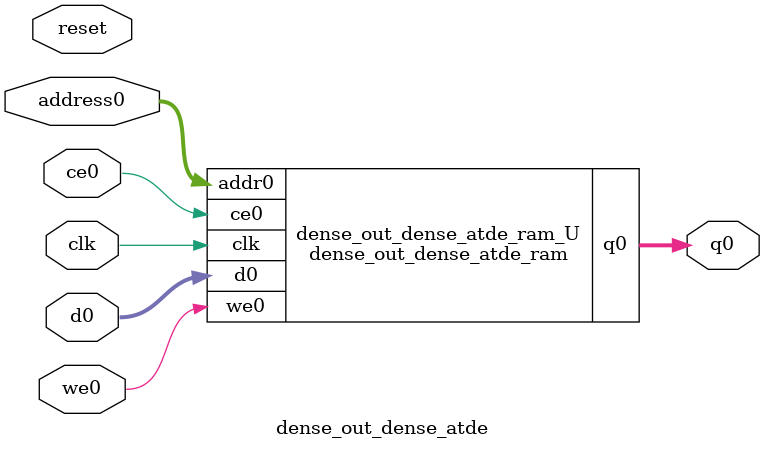
<source format=v>
`timescale 1 ns / 1 ps
module dense_out_dense_atde_ram (addr0, ce0, d0, we0, q0,  clk);

parameter DWIDTH = 32;
parameter AWIDTH = 4;
parameter MEM_SIZE = 10;

input[AWIDTH-1:0] addr0;
input ce0;
input[DWIDTH-1:0] d0;
input we0;
output reg[DWIDTH-1:0] q0;
input clk;

(* ram_style = "distributed" *)reg [DWIDTH-1:0] ram[0:MEM_SIZE-1];




always @(posedge clk)  
begin 
    if (ce0) 
    begin
        if (we0) 
        begin 
            ram[addr0] <= d0; 
        end 
        q0 <= ram[addr0];
    end
end


endmodule

`timescale 1 ns / 1 ps
module dense_out_dense_atde(
    reset,
    clk,
    address0,
    ce0,
    we0,
    d0,
    q0);

parameter DataWidth = 32'd32;
parameter AddressRange = 32'd10;
parameter AddressWidth = 32'd4;
input reset;
input clk;
input[AddressWidth - 1:0] address0;
input ce0;
input we0;
input[DataWidth - 1:0] d0;
output[DataWidth - 1:0] q0;



dense_out_dense_atde_ram dense_out_dense_atde_ram_U(
    .clk( clk ),
    .addr0( address0 ),
    .ce0( ce0 ),
    .we0( we0 ),
    .d0( d0 ),
    .q0( q0 ));

endmodule


</source>
